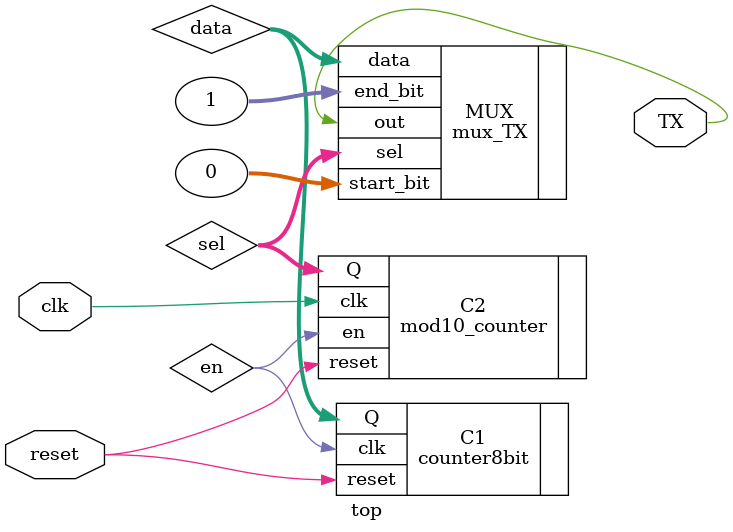
<source format=v>
`timescale 1ns / 1ps



module top(clk , reset , TX );

    input clk , reset ;
    output TX ;
    
    wire [7:0] data ;
    wire [3:0] sel ;
    wire en;
    
    counter8bit C1 (
                     .clk(en),
                     .reset(reset),
                     .Q(data)
          ); 
          
    
    mod10_counter C2 (
                        .clk(clk),
                        .reset(reset),
                        .Q(sel),
                        .en(en)
          );      
          
    
    mux_TX MUX (
                        .start_bit(0),
                        .data(data),
                        .end_bit(1),
                        .sel(sel),
                        .out(TX)
          );
endmodule

</source>
